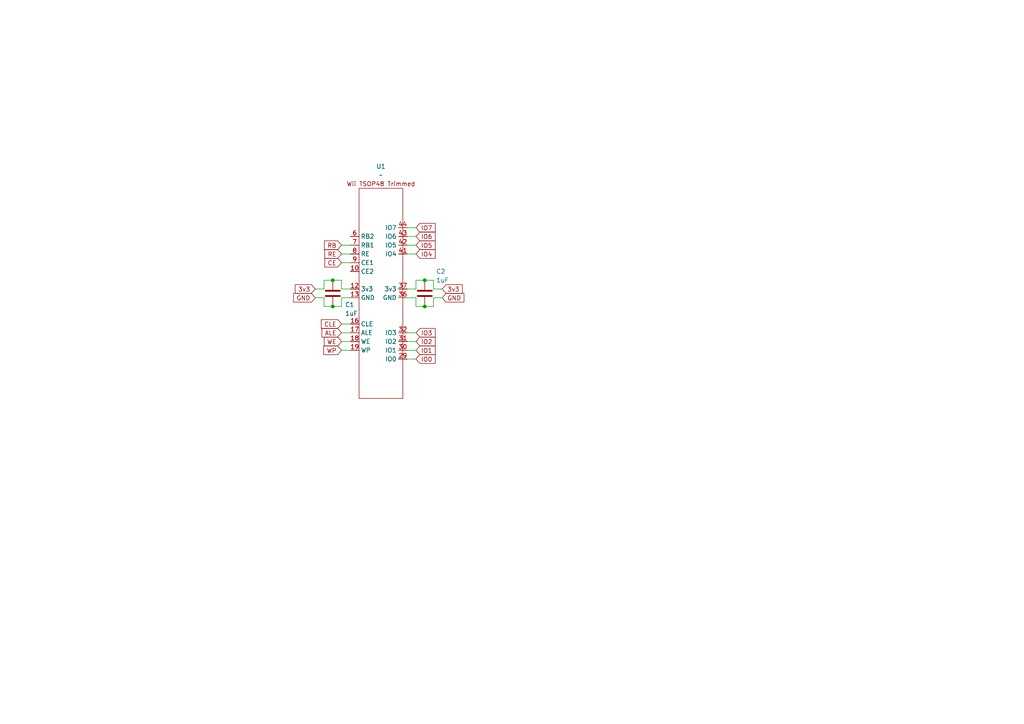
<source format=kicad_sch>
(kicad_sch
	(version 20231120)
	(generator "eeschema")
	(generator_version "8.0")
	(uuid "06f19e5b-a033-47d9-8b2f-8c84b7ab4cd3")
	(paper "A4")
	(lib_symbols
		(symbol "Device:C"
			(pin_numbers hide)
			(pin_names
				(offset 0.254)
			)
			(exclude_from_sim no)
			(in_bom yes)
			(on_board yes)
			(property "Reference" "C"
				(at 0.635 2.54 0)
				(effects
					(font
						(size 1.27 1.27)
					)
					(justify left)
				)
			)
			(property "Value" "C"
				(at 0.635 -2.54 0)
				(effects
					(font
						(size 1.27 1.27)
					)
					(justify left)
				)
			)
			(property "Footprint" ""
				(at 0.9652 -3.81 0)
				(effects
					(font
						(size 1.27 1.27)
					)
					(hide yes)
				)
			)
			(property "Datasheet" "~"
				(at 0 0 0)
				(effects
					(font
						(size 1.27 1.27)
					)
					(hide yes)
				)
			)
			(property "Description" "Unpolarized capacitor"
				(at 0 0 0)
				(effects
					(font
						(size 1.27 1.27)
					)
					(hide yes)
				)
			)
			(property "ki_keywords" "cap capacitor"
				(at 0 0 0)
				(effects
					(font
						(size 1.27 1.27)
					)
					(hide yes)
				)
			)
			(property "ki_fp_filters" "C_*"
				(at 0 0 0)
				(effects
					(font
						(size 1.27 1.27)
					)
					(hide yes)
				)
			)
			(symbol "C_0_1"
				(polyline
					(pts
						(xy -2.032 -0.762) (xy 2.032 -0.762)
					)
					(stroke
						(width 0.508)
						(type default)
					)
					(fill
						(type none)
					)
				)
				(polyline
					(pts
						(xy -2.032 0.762) (xy 2.032 0.762)
					)
					(stroke
						(width 0.508)
						(type default)
					)
					(fill
						(type none)
					)
				)
			)
			(symbol "C_1_1"
				(pin passive line
					(at 0 3.81 270)
					(length 2.794)
					(name "~"
						(effects
							(font
								(size 1.27 1.27)
							)
						)
					)
					(number "1"
						(effects
							(font
								(size 1.27 1.27)
							)
						)
					)
				)
				(pin passive line
					(at 0 -3.81 90)
					(length 2.794)
					(name "~"
						(effects
							(font
								(size 1.27 1.27)
							)
						)
					)
					(number "2"
						(effects
							(font
								(size 1.27 1.27)
							)
						)
					)
				)
			)
		)
		(symbol "wiiu-nand-thing:NAND"
			(exclude_from_sim no)
			(in_bom yes)
			(on_board yes)
			(property "Reference" "U"
				(at 0 0 0)
				(effects
					(font
						(size 1.27 1.27)
					)
				)
			)
			(property "Value" ""
				(at 0 0 0)
				(effects
					(font
						(size 1.27 1.27)
					)
				)
			)
			(property "Footprint" "project_footprint:Wii-TSOP48-trimmed"
				(at 0.254 34.29 0)
				(effects
					(font
						(size 1.27 1.27)
					)
					(hide yes)
				)
			)
			(property "Datasheet" ""
				(at 0 0 0)
				(effects
					(font
						(size 1.27 1.27)
					)
					(hide yes)
				)
			)
			(property "Description" ""
				(at 0 0 0)
				(effects
					(font
						(size 1.27 1.27)
					)
					(hide yes)
				)
			)
			(symbol "NAND_0_1"
				(rectangle
					(start -6.35 30.48)
					(end 6.35 -30.48)
					(stroke
						(width 0)
						(type default)
					)
					(fill
						(type none)
					)
				)
			)
			(symbol "NAND_1_1"
				(text "Wii TSOP48 Trimmed"
					(at 0 31.75 0)
					(effects
						(font
							(size 1.27 1.27)
						)
					)
				)
				(pin bidirectional line
					(at -8.89 6.35 0)
					(length 2.54)
					(name "CE2"
						(effects
							(font
								(size 1.27 1.27)
							)
						)
					)
					(number "10"
						(effects
							(font
								(size 1.27 1.27)
							)
						)
					)
				)
				(pin power_in line
					(at -8.89 1.27 0)
					(length 2.54)
					(name "3v3"
						(effects
							(font
								(size 1.27 1.27)
							)
						)
					)
					(number "12"
						(effects
							(font
								(size 1.27 1.27)
							)
						)
					)
				)
				(pin power_in line
					(at -8.89 -1.27 0)
					(length 2.54)
					(name "GND"
						(effects
							(font
								(size 1.27 1.27)
							)
						)
					)
					(number "13"
						(effects
							(font
								(size 1.27 1.27)
							)
						)
					)
				)
				(pin bidirectional line
					(at -8.89 -8.89 0)
					(length 2.54)
					(name "CLE"
						(effects
							(font
								(size 1.27 1.27)
							)
						)
					)
					(number "16"
						(effects
							(font
								(size 1.27 1.27)
							)
						)
					)
				)
				(pin bidirectional line
					(at -8.89 -11.43 0)
					(length 2.54)
					(name "ALE"
						(effects
							(font
								(size 1.27 1.27)
							)
						)
					)
					(number "17"
						(effects
							(font
								(size 1.27 1.27)
							)
						)
					)
				)
				(pin bidirectional line
					(at -8.89 -13.97 0)
					(length 2.54)
					(name "WE"
						(effects
							(font
								(size 1.27 1.27)
							)
						)
					)
					(number "18"
						(effects
							(font
								(size 1.27 1.27)
							)
						)
					)
				)
				(pin bidirectional line
					(at -8.89 -16.51 0)
					(length 2.54)
					(name "WP"
						(effects
							(font
								(size 1.27 1.27)
							)
						)
					)
					(number "19"
						(effects
							(font
								(size 1.27 1.27)
							)
						)
					)
				)
				(pin bidirectional line
					(at 7.62 -19.05 180)
					(length 2.54)
					(name "IO0"
						(effects
							(font
								(size 1.27 1.27)
							)
						)
					)
					(number "29"
						(effects
							(font
								(size 1.27 1.27)
							)
						)
					)
				)
				(pin bidirectional line
					(at 7.62 -16.51 180)
					(length 2.54)
					(name "IO1"
						(effects
							(font
								(size 1.27 1.27)
							)
						)
					)
					(number "30"
						(effects
							(font
								(size 1.27 1.27)
							)
						)
					)
				)
				(pin bidirectional line
					(at 7.62 -13.97 180)
					(length 2.54)
					(name "IO2"
						(effects
							(font
								(size 1.27 1.27)
							)
						)
					)
					(number "31"
						(effects
							(font
								(size 1.27 1.27)
							)
						)
					)
				)
				(pin bidirectional line
					(at 7.62 -11.43 180)
					(length 2.54)
					(name "IO3"
						(effects
							(font
								(size 1.27 1.27)
							)
						)
					)
					(number "32"
						(effects
							(font
								(size 1.27 1.27)
							)
						)
					)
				)
				(pin power_in line
					(at 7.62 -1.27 180)
					(length 2.54)
					(name "GND"
						(effects
							(font
								(size 1.27 1.27)
							)
						)
					)
					(number "36"
						(effects
							(font
								(size 1.27 1.27)
							)
						)
					)
				)
				(pin power_in line
					(at 7.62 1.27 180)
					(length 2.54)
					(name "3v3"
						(effects
							(font
								(size 1.27 1.27)
							)
						)
					)
					(number "37"
						(effects
							(font
								(size 1.27 1.27)
							)
						)
					)
				)
				(pin bidirectional line
					(at 7.62 11.43 180)
					(length 2.54)
					(name "IO4"
						(effects
							(font
								(size 1.27 1.27)
							)
						)
					)
					(number "41"
						(effects
							(font
								(size 1.27 1.27)
							)
						)
					)
				)
				(pin bidirectional line
					(at 7.62 13.97 180)
					(length 2.54)
					(name "IO5"
						(effects
							(font
								(size 1.27 1.27)
							)
						)
					)
					(number "42"
						(effects
							(font
								(size 1.27 1.27)
							)
						)
					)
				)
				(pin bidirectional line
					(at 7.62 16.51 180)
					(length 2.54)
					(name "IO6"
						(effects
							(font
								(size 1.27 1.27)
							)
						)
					)
					(number "43"
						(effects
							(font
								(size 1.27 1.27)
							)
						)
					)
				)
				(pin bidirectional line
					(at 7.62 19.05 180)
					(length 2.54)
					(name "IO7"
						(effects
							(font
								(size 1.27 1.27)
							)
						)
					)
					(number "44"
						(effects
							(font
								(size 1.27 1.27)
							)
						)
					)
				)
				(pin bidirectional line
					(at -8.89 16.51 0)
					(length 2.54)
					(name "RB2"
						(effects
							(font
								(size 1.27 1.27)
							)
						)
					)
					(number "6"
						(effects
							(font
								(size 1.27 1.27)
							)
						)
					)
				)
				(pin bidirectional line
					(at -8.89 13.97 0)
					(length 2.54)
					(name "RB1"
						(effects
							(font
								(size 1.27 1.27)
							)
						)
					)
					(number "7"
						(effects
							(font
								(size 1.27 1.27)
							)
						)
					)
				)
				(pin bidirectional line
					(at -8.89 11.43 0)
					(length 2.54)
					(name "RE"
						(effects
							(font
								(size 1.27 1.27)
							)
						)
					)
					(number "8"
						(effects
							(font
								(size 1.27 1.27)
							)
						)
					)
				)
				(pin bidirectional line
					(at -8.89 8.89 0)
					(length 2.54)
					(name "CE1"
						(effects
							(font
								(size 1.27 1.27)
							)
						)
					)
					(number "9"
						(effects
							(font
								(size 1.27 1.27)
							)
						)
					)
				)
			)
		)
	)
	(junction
		(at 123.19 81.28)
		(diameter 0)
		(color 0 0 0 0)
		(uuid "15b04f4e-ddb8-4e36-8ef8-019fe59e12a7")
	)
	(junction
		(at 96.52 88.9)
		(diameter 0)
		(color 0 0 0 0)
		(uuid "27b96e52-6525-4708-863a-11b727d5bdfc")
	)
	(junction
		(at 123.19 88.9)
		(diameter 0)
		(color 0 0 0 0)
		(uuid "baa6b1da-4efd-4d8b-b02e-594fe284ddee")
	)
	(junction
		(at 96.52 81.28)
		(diameter 0)
		(color 0 0 0 0)
		(uuid "bb49835a-6e6d-4451-8a50-cfdd6e0ddf79")
	)
	(wire
		(pts
			(xy 120.65 83.82) (xy 120.65 81.28)
		)
		(stroke
			(width 0)
			(type default)
		)
		(uuid "09a00e17-65ee-45b4-b855-06290686e60f")
	)
	(wire
		(pts
			(xy 118.11 66.04) (xy 120.65 66.04)
		)
		(stroke
			(width 0)
			(type default)
		)
		(uuid "0a09da41-fd15-4ae6-906d-2b62f81ea3d4")
	)
	(wire
		(pts
			(xy 118.11 86.36) (xy 120.65 86.36)
		)
		(stroke
			(width 0)
			(type default)
		)
		(uuid "1302bceb-b00b-4f65-934b-ea421a4f8e38")
	)
	(wire
		(pts
			(xy 99.06 73.66) (xy 101.6 73.66)
		)
		(stroke
			(width 0)
			(type default)
		)
		(uuid "143eb681-2db6-4c75-88d9-7a5a0bdc56f6")
	)
	(wire
		(pts
			(xy 120.65 81.28) (xy 123.19 81.28)
		)
		(stroke
			(width 0)
			(type default)
		)
		(uuid "18d484ba-3d15-4855-8ce9-86d130b76ebc")
	)
	(wire
		(pts
			(xy 96.52 88.9) (xy 93.98 88.9)
		)
		(stroke
			(width 0)
			(type default)
		)
		(uuid "19efa36a-1236-4c6a-a605-2c975465528f")
	)
	(wire
		(pts
			(xy 96.52 88.9) (xy 99.06 88.9)
		)
		(stroke
			(width 0)
			(type default)
		)
		(uuid "1df88f2d-ffa0-4259-b038-db0b92af1adf")
	)
	(wire
		(pts
			(xy 120.65 86.36) (xy 120.65 88.9)
		)
		(stroke
			(width 0)
			(type default)
		)
		(uuid "1ef47ad0-99b0-42d4-9eba-947779b0f717")
	)
	(wire
		(pts
			(xy 118.11 101.6) (xy 120.65 101.6)
		)
		(stroke
			(width 0)
			(type default)
		)
		(uuid "22344a6c-fb93-4a82-af63-9c507c5ce4d6")
	)
	(wire
		(pts
			(xy 118.11 96.52) (xy 120.65 96.52)
		)
		(stroke
			(width 0)
			(type default)
		)
		(uuid "29d5bc59-1dc6-4f61-92b6-d800aecdb06d")
	)
	(wire
		(pts
			(xy 93.98 86.36) (xy 91.44 86.36)
		)
		(stroke
			(width 0)
			(type default)
		)
		(uuid "2cbd99d9-5f1e-41fd-bd22-6a45d01203da")
	)
	(wire
		(pts
			(xy 99.06 76.2) (xy 101.6 76.2)
		)
		(stroke
			(width 0)
			(type default)
		)
		(uuid "3899aab6-840b-4df3-b05c-334b15fda8fc")
	)
	(wire
		(pts
			(xy 118.11 83.82) (xy 120.65 83.82)
		)
		(stroke
			(width 0)
			(type default)
		)
		(uuid "389e442b-76b6-4966-a7e7-ede4438e5257")
	)
	(wire
		(pts
			(xy 99.06 83.82) (xy 101.6 83.82)
		)
		(stroke
			(width 0)
			(type default)
		)
		(uuid "47032b4a-6ce5-42de-8996-e253957a27ea")
	)
	(wire
		(pts
			(xy 125.73 86.36) (xy 128.27 86.36)
		)
		(stroke
			(width 0)
			(type default)
		)
		(uuid "4abc4f6a-d890-420f-86b0-201714e512fb")
	)
	(wire
		(pts
			(xy 93.98 88.9) (xy 93.98 86.36)
		)
		(stroke
			(width 0)
			(type default)
		)
		(uuid "4cb1bb1d-304d-4a02-a92a-6c9a1008f81e")
	)
	(wire
		(pts
			(xy 99.06 71.12) (xy 101.6 71.12)
		)
		(stroke
			(width 0)
			(type default)
		)
		(uuid "5831c152-327a-4f32-a871-e42cc8c741d0")
	)
	(wire
		(pts
			(xy 125.73 83.82) (xy 128.27 83.82)
		)
		(stroke
			(width 0)
			(type default)
		)
		(uuid "72371051-c7e0-4ba1-9493-36000e98a8a5")
	)
	(wire
		(pts
			(xy 99.06 93.98) (xy 101.6 93.98)
		)
		(stroke
			(width 0)
			(type default)
		)
		(uuid "75e67f11-652b-49de-9d36-234222179668")
	)
	(wire
		(pts
			(xy 93.98 83.82) (xy 93.98 81.28)
		)
		(stroke
			(width 0)
			(type default)
		)
		(uuid "822e86b9-00b8-487d-911e-af81dc070cf9")
	)
	(wire
		(pts
			(xy 118.11 73.66) (xy 120.65 73.66)
		)
		(stroke
			(width 0)
			(type default)
		)
		(uuid "8231e4a8-c2cc-40c0-893c-ab988a3c9ff5")
	)
	(wire
		(pts
			(xy 99.06 86.36) (xy 99.06 88.9)
		)
		(stroke
			(width 0)
			(type default)
		)
		(uuid "8cd01cba-d175-48bf-8768-885a7a77641e")
	)
	(wire
		(pts
			(xy 125.73 81.28) (xy 125.73 83.82)
		)
		(stroke
			(width 0)
			(type default)
		)
		(uuid "8f31da18-b78d-4455-8765-5c6ac886c5d1")
	)
	(wire
		(pts
			(xy 101.6 86.36) (xy 99.06 86.36)
		)
		(stroke
			(width 0)
			(type default)
		)
		(uuid "9386688d-c5c8-4e91-9df2-50741032d1c5")
	)
	(wire
		(pts
			(xy 123.19 81.28) (xy 125.73 81.28)
		)
		(stroke
			(width 0)
			(type default)
		)
		(uuid "a6db9904-3511-4e77-9406-0026d609bd73")
	)
	(wire
		(pts
			(xy 99.06 101.6) (xy 101.6 101.6)
		)
		(stroke
			(width 0)
			(type default)
		)
		(uuid "af52e722-559d-432a-9dd0-042747303e5c")
	)
	(wire
		(pts
			(xy 123.19 88.9) (xy 125.73 88.9)
		)
		(stroke
			(width 0)
			(type default)
		)
		(uuid "b784d82a-ce74-482c-92f2-a70e15f39312")
	)
	(wire
		(pts
			(xy 125.73 88.9) (xy 125.73 86.36)
		)
		(stroke
			(width 0)
			(type default)
		)
		(uuid "bb08a039-f092-4728-bd5d-48803e89b7c0")
	)
	(wire
		(pts
			(xy 118.11 71.12) (xy 120.65 71.12)
		)
		(stroke
			(width 0)
			(type default)
		)
		(uuid "be2dfe7a-8405-4b2d-be78-7e4191e17034")
	)
	(wire
		(pts
			(xy 91.44 83.82) (xy 93.98 83.82)
		)
		(stroke
			(width 0)
			(type default)
		)
		(uuid "c0093947-2e3a-4d35-ae93-5693e3daa523")
	)
	(wire
		(pts
			(xy 118.11 68.58) (xy 120.65 68.58)
		)
		(stroke
			(width 0)
			(type default)
		)
		(uuid "c8c3a81c-0129-4474-9532-0251dc057497")
	)
	(wire
		(pts
			(xy 99.06 81.28) (xy 99.06 83.82)
		)
		(stroke
			(width 0)
			(type default)
		)
		(uuid "c9c8d77f-a4da-4f3d-984c-de93821f7333")
	)
	(wire
		(pts
			(xy 99.06 99.06) (xy 101.6 99.06)
		)
		(stroke
			(width 0)
			(type default)
		)
		(uuid "d4917be6-ce46-40a3-b765-88ed216131da")
	)
	(wire
		(pts
			(xy 120.65 88.9) (xy 123.19 88.9)
		)
		(stroke
			(width 0)
			(type default)
		)
		(uuid "d8d68c18-1f5a-43d5-add3-1113bc8fb00d")
	)
	(wire
		(pts
			(xy 93.98 81.28) (xy 96.52 81.28)
		)
		(stroke
			(width 0)
			(type default)
		)
		(uuid "dabd8c88-d8de-453b-aefe-debc8490cbe6")
	)
	(wire
		(pts
			(xy 118.11 104.14) (xy 120.65 104.14)
		)
		(stroke
			(width 0)
			(type default)
		)
		(uuid "dcebdf8a-cef5-489a-82c8-51ca5ba939c4")
	)
	(wire
		(pts
			(xy 96.52 81.28) (xy 99.06 81.28)
		)
		(stroke
			(width 0)
			(type default)
		)
		(uuid "e4089850-d3f7-4ba3-82ba-171005ff7d67")
	)
	(wire
		(pts
			(xy 118.11 99.06) (xy 120.65 99.06)
		)
		(stroke
			(width 0)
			(type default)
		)
		(uuid "e71638c7-640f-4aa5-ba7f-4914155c5a34")
	)
	(wire
		(pts
			(xy 99.06 96.52) (xy 101.6 96.52)
		)
		(stroke
			(width 0)
			(type default)
		)
		(uuid "fd89a634-e12c-4eed-9116-b9f6e343a2f1")
	)
	(global_label "WE"
		(shape input)
		(at 99.06 99.06 180)
		(fields_autoplaced yes)
		(effects
			(font
				(size 1.27 1.27)
			)
			(justify right)
		)
		(uuid "1e5ad452-743a-4171-a07e-3e4591bf58d4")
		(property "Intersheetrefs" "${INTERSHEET_REFS}"
			(at 93.4744 99.06 0)
			(effects
				(font
					(size 1.27 1.27)
				)
				(justify right)
				(hide yes)
			)
		)
	)
	(global_label "IO6"
		(shape input)
		(at 120.65 68.58 0)
		(fields_autoplaced yes)
		(effects
			(font
				(size 1.27 1.27)
			)
			(justify left)
		)
		(uuid "26d48756-5a99-47ad-aefb-7afed90bf2f4")
		(property "Intersheetrefs" "${INTERSHEET_REFS}"
			(at 126.78 68.58 0)
			(effects
				(font
					(size 1.27 1.27)
				)
				(justify left)
				(hide yes)
			)
		)
	)
	(global_label "RB"
		(shape input)
		(at 99.06 71.12 180)
		(fields_autoplaced yes)
		(effects
			(font
				(size 1.27 1.27)
			)
			(justify right)
		)
		(uuid "281215b4-8c6e-46f1-9afc-e5ce711106fc")
		(property "Intersheetrefs" "${INTERSHEET_REFS}"
			(at 93.5348 71.12 0)
			(effects
				(font
					(size 1.27 1.27)
				)
				(justify right)
				(hide yes)
			)
		)
	)
	(global_label "IO2"
		(shape input)
		(at 120.65 99.06 0)
		(fields_autoplaced yes)
		(effects
			(font
				(size 1.27 1.27)
			)
			(justify left)
		)
		(uuid "3072db5f-b8f9-42e5-aee8-e9198182981e")
		(property "Intersheetrefs" "${INTERSHEET_REFS}"
			(at 126.78 99.06 0)
			(effects
				(font
					(size 1.27 1.27)
				)
				(justify left)
				(hide yes)
			)
		)
	)
	(global_label "3v3"
		(shape input)
		(at 91.44 83.82 180)
		(fields_autoplaced yes)
		(effects
			(font
				(size 1.27 1.27)
			)
			(justify right)
		)
		(uuid "355ea7d3-67a0-4daf-8ec5-f3c46decc6d9")
		(property "Intersheetrefs" "${INTERSHEET_REFS}"
			(at 85.0682 83.82 0)
			(effects
				(font
					(size 1.27 1.27)
				)
				(justify right)
				(hide yes)
			)
		)
	)
	(global_label "RE"
		(shape input)
		(at 99.06 73.66 180)
		(fields_autoplaced yes)
		(effects
			(font
				(size 1.27 1.27)
			)
			(justify right)
		)
		(uuid "38925fea-b8eb-4e8b-acd1-045d1cb9f38d")
		(property "Intersheetrefs" "${INTERSHEET_REFS}"
			(at 93.6558 73.66 0)
			(effects
				(font
					(size 1.27 1.27)
				)
				(justify right)
				(hide yes)
			)
		)
	)
	(global_label "IO4"
		(shape input)
		(at 120.65 73.66 0)
		(fields_autoplaced yes)
		(effects
			(font
				(size 1.27 1.27)
			)
			(justify left)
		)
		(uuid "4fdcb9f0-208f-4b28-91d7-f3a13aa420af")
		(property "Intersheetrefs" "${INTERSHEET_REFS}"
			(at 126.78 73.66 0)
			(effects
				(font
					(size 1.27 1.27)
				)
				(justify left)
				(hide yes)
			)
		)
	)
	(global_label "3v3"
		(shape input)
		(at 128.27 83.82 0)
		(fields_autoplaced yes)
		(effects
			(font
				(size 1.27 1.27)
			)
			(justify left)
		)
		(uuid "5a9a64b2-cdfe-472e-b280-f6433a99816f")
		(property "Intersheetrefs" "${INTERSHEET_REFS}"
			(at 134.6418 83.82 0)
			(effects
				(font
					(size 1.27 1.27)
				)
				(justify left)
				(hide yes)
			)
		)
	)
	(global_label "GND"
		(shape input)
		(at 91.44 86.36 180)
		(fields_autoplaced yes)
		(effects
			(font
				(size 1.27 1.27)
			)
			(justify right)
		)
		(uuid "5b58047a-1d3c-413e-bc89-8837b2b1f2bc")
		(property "Intersheetrefs" "${INTERSHEET_REFS}"
			(at 84.5843 86.36 0)
			(effects
				(font
					(size 1.27 1.27)
				)
				(justify right)
				(hide yes)
			)
		)
	)
	(global_label "IO1"
		(shape input)
		(at 120.65 101.6 0)
		(fields_autoplaced yes)
		(effects
			(font
				(size 1.27 1.27)
			)
			(justify left)
		)
		(uuid "5b6d798c-2847-46b1-8414-fe070e1d9d92")
		(property "Intersheetrefs" "${INTERSHEET_REFS}"
			(at 126.78 101.6 0)
			(effects
				(font
					(size 1.27 1.27)
				)
				(justify left)
				(hide yes)
			)
		)
	)
	(global_label "IO7"
		(shape input)
		(at 120.65 66.04 0)
		(fields_autoplaced yes)
		(effects
			(font
				(size 1.27 1.27)
			)
			(justify left)
		)
		(uuid "7ef8f47f-9899-4648-95c1-9d23fcb588e3")
		(property "Intersheetrefs" "${INTERSHEET_REFS}"
			(at 126.78 66.04 0)
			(effects
				(font
					(size 1.27 1.27)
				)
				(justify left)
				(hide yes)
			)
		)
	)
	(global_label "IO0"
		(shape input)
		(at 120.65 104.14 0)
		(fields_autoplaced yes)
		(effects
			(font
				(size 1.27 1.27)
			)
			(justify left)
		)
		(uuid "bb5cba2e-ff39-42e6-9f33-be6a45efd988")
		(property "Intersheetrefs" "${INTERSHEET_REFS}"
			(at 126.78 104.14 0)
			(effects
				(font
					(size 1.27 1.27)
				)
				(justify left)
				(hide yes)
			)
		)
	)
	(global_label "WP"
		(shape input)
		(at 99.06 101.6 180)
		(fields_autoplaced yes)
		(effects
			(font
				(size 1.27 1.27)
			)
			(justify right)
		)
		(uuid "c10c3ac0-a778-45ed-924c-32a6c1442c45")
		(property "Intersheetrefs" "${INTERSHEET_REFS}"
			(at 93.3534 101.6 0)
			(effects
				(font
					(size 1.27 1.27)
				)
				(justify right)
				(hide yes)
			)
		)
	)
	(global_label "CLE"
		(shape input)
		(at 99.06 93.98 180)
		(fields_autoplaced yes)
		(effects
			(font
				(size 1.27 1.27)
			)
			(justify right)
		)
		(uuid "d5c9434e-cfa3-433d-9ec0-1a109306be04")
		(property "Intersheetrefs" "${INTERSHEET_REFS}"
			(at 92.6277 93.98 0)
			(effects
				(font
					(size 1.27 1.27)
				)
				(justify right)
				(hide yes)
			)
		)
	)
	(global_label "ALE"
		(shape input)
		(at 99.06 96.52 180)
		(fields_autoplaced yes)
		(effects
			(font
				(size 1.27 1.27)
			)
			(justify right)
		)
		(uuid "d9c653e4-f49e-41fc-85d9-47e07f5e8d4d")
		(property "Intersheetrefs" "${INTERSHEET_REFS}"
			(at 92.8091 96.52 0)
			(effects
				(font
					(size 1.27 1.27)
				)
				(justify right)
				(hide yes)
			)
		)
	)
	(global_label "CE"
		(shape input)
		(at 99.06 76.2 180)
		(fields_autoplaced yes)
		(effects
			(font
				(size 1.27 1.27)
			)
			(justify right)
		)
		(uuid "dad37513-b773-4a1a-9bc7-0048b4c1506b")
		(property "Intersheetrefs" "${INTERSHEET_REFS}"
			(at 93.6558 76.2 0)
			(effects
				(font
					(size 1.27 1.27)
				)
				(justify right)
				(hide yes)
			)
		)
	)
	(global_label "IO3"
		(shape input)
		(at 120.65 96.52 0)
		(fields_autoplaced yes)
		(effects
			(font
				(size 1.27 1.27)
			)
			(justify left)
		)
		(uuid "e65e100e-27c7-4b9f-8d70-f587a1e85301")
		(property "Intersheetrefs" "${INTERSHEET_REFS}"
			(at 126.78 96.52 0)
			(effects
				(font
					(size 1.27 1.27)
				)
				(justify left)
				(hide yes)
			)
		)
	)
	(global_label "IO5"
		(shape input)
		(at 120.65 71.12 0)
		(fields_autoplaced yes)
		(effects
			(font
				(size 1.27 1.27)
			)
			(justify left)
		)
		(uuid "f0b506c4-cb14-470a-aea7-c933314230a2")
		(property "Intersheetrefs" "${INTERSHEET_REFS}"
			(at 126.78 71.12 0)
			(effects
				(font
					(size 1.27 1.27)
				)
				(justify left)
				(hide yes)
			)
		)
	)
	(global_label "GND"
		(shape input)
		(at 128.27 86.36 0)
		(fields_autoplaced yes)
		(effects
			(font
				(size 1.27 1.27)
			)
			(justify left)
		)
		(uuid "f1406239-7b0c-4086-8b18-6c36bd8f037c")
		(property "Intersheetrefs" "${INTERSHEET_REFS}"
			(at 135.1257 86.36 0)
			(effects
				(font
					(size 1.27 1.27)
				)
				(justify left)
				(hide yes)
			)
		)
	)
	(symbol
		(lib_id "Device:C")
		(at 96.52 85.09 0)
		(unit 1)
		(exclude_from_sim no)
		(in_bom yes)
		(on_board yes)
		(dnp no)
		(uuid "498fbbfd-f972-430c-8f27-34b35b35fa79")
		(property "Reference" "C1"
			(at 100.076 88.392 0)
			(effects
				(font
					(size 1.27 1.27)
				)
				(justify left)
			)
		)
		(property "Value" "1uF"
			(at 100.076 90.932 0)
			(effects
				(font
					(size 1.27 1.27)
				)
				(justify left)
			)
		)
		(property "Footprint" "Capacitor_SMD:C_0402_1005Metric"
			(at 97.4852 88.9 0)
			(effects
				(font
					(size 1.27 1.27)
				)
				(hide yes)
			)
		)
		(property "Datasheet" "~"
			(at 96.52 85.09 0)
			(effects
				(font
					(size 1.27 1.27)
				)
				(hide yes)
			)
		)
		(property "Description" "Unpolarized capacitor"
			(at 96.52 85.09 0)
			(effects
				(font
					(size 1.27 1.27)
				)
				(hide yes)
			)
		)
		(pin "2"
			(uuid "e32c1f84-115b-43c1-82b8-34372f3a8291")
		)
		(pin "1"
			(uuid "25138c8d-2f5f-4747-ae3c-ffbea431d19c")
		)
		(instances
			(project ""
				(path "/06f19e5b-a033-47d9-8b2f-8c84b7ab4cd3"
					(reference "C1")
					(unit 1)
				)
			)
		)
	)
	(symbol
		(lib_id "wiiu-nand-thing:NAND")
		(at 110.49 85.09 0)
		(unit 1)
		(exclude_from_sim no)
		(in_bom yes)
		(on_board yes)
		(dnp no)
		(fields_autoplaced yes)
		(uuid "ca8b1438-9312-455c-93da-8628be6a36d4")
		(property "Reference" "U1"
			(at 110.49 48.26 0)
			(effects
				(font
					(size 1.27 1.27)
				)
			)
		)
		(property "Value" "~"
			(at 110.49 50.8 0)
			(effects
				(font
					(size 1.27 1.27)
				)
			)
		)
		(property "Footprint" "wiiu-nand-thing:TSOP-48"
			(at 110.744 50.8 0)
			(effects
				(font
					(size 1.27 1.27)
				)
				(hide yes)
			)
		)
		(property "Datasheet" ""
			(at 110.49 85.09 0)
			(effects
				(font
					(size 1.27 1.27)
				)
				(hide yes)
			)
		)
		(property "Description" ""
			(at 110.49 85.09 0)
			(effects
				(font
					(size 1.27 1.27)
				)
				(hide yes)
			)
		)
		(pin "37"
			(uuid "eab638fa-6884-4aed-b21a-4106dfdd8e24")
		)
		(pin "31"
			(uuid "a19bf9b0-50c5-4b1f-9f9c-ff57fd9f89d9")
		)
		(pin "18"
			(uuid "b33e2230-73fc-412c-8a0b-5ec5c0a716f2")
		)
		(pin "10"
			(uuid "ae4ddbed-5cc3-4a54-aa70-2f6c12b253b4")
		)
		(pin "13"
			(uuid "6b75b926-feb7-40fb-a9a5-a89438291bde")
		)
		(pin "44"
			(uuid "330dc072-daba-47fb-b368-f16052b72865")
		)
		(pin "7"
			(uuid "8aa4f9c8-9473-4b18-9035-1a144c598faa")
		)
		(pin "8"
			(uuid "8427d15c-7520-4565-a8b7-6edd4165cce2")
		)
		(pin "17"
			(uuid "0b698be8-c5e4-4b97-b432-fdb6f8722a77")
		)
		(pin "41"
			(uuid "1ca43aca-2967-44e0-b587-ed72a902063f")
		)
		(pin "12"
			(uuid "d538a887-fc83-4cb9-a759-ce7f06d3de32")
		)
		(pin "32"
			(uuid "964bb36d-90d6-47ea-a3ce-a0ff9a622a05")
		)
		(pin "36"
			(uuid "1af35031-7793-4ed7-80b4-aa3471565c90")
		)
		(pin "43"
			(uuid "dc2126f7-6511-4fae-8631-29367572de21")
		)
		(pin "9"
			(uuid "a40337f6-b455-42e7-934a-799d220e6197")
		)
		(pin "16"
			(uuid "7fdce265-6b7a-49d2-a5a9-8f8bc56e3691")
		)
		(pin "29"
			(uuid "6d7a054c-b088-40e9-83f7-de2caefad469")
		)
		(pin "42"
			(uuid "08a61fb2-93c0-4a5d-a459-ec5f75d39bf9")
		)
		(pin "19"
			(uuid "821033ef-74dc-429a-807d-f754d6f19abc")
		)
		(pin "30"
			(uuid "c9efa163-788a-47e1-b8ad-0e357983b3ad")
		)
		(pin "6"
			(uuid "29811c68-7b7c-49a4-9934-a83c35593f86")
		)
		(instances
			(project ""
				(path "/06f19e5b-a033-47d9-8b2f-8c84b7ab4cd3"
					(reference "U1")
					(unit 1)
				)
			)
		)
	)
	(symbol
		(lib_id "Device:C")
		(at 123.19 85.09 0)
		(unit 1)
		(exclude_from_sim no)
		(in_bom yes)
		(on_board yes)
		(dnp no)
		(uuid "d4baf8bc-a04f-4d93-854f-c9ea94c40c2c")
		(property "Reference" "C2"
			(at 126.492 78.74 0)
			(effects
				(font
					(size 1.27 1.27)
				)
				(justify left)
			)
		)
		(property "Value" "1uF"
			(at 126.492 81.28 0)
			(effects
				(font
					(size 1.27 1.27)
				)
				(justify left)
			)
		)
		(property "Footprint" "Capacitor_SMD:C_0402_1005Metric"
			(at 124.1552 88.9 0)
			(effects
				(font
					(size 1.27 1.27)
				)
				(hide yes)
			)
		)
		(property "Datasheet" "~"
			(at 123.19 85.09 0)
			(effects
				(font
					(size 1.27 1.27)
				)
				(hide yes)
			)
		)
		(property "Description" "Unpolarized capacitor"
			(at 123.19 85.09 0)
			(effects
				(font
					(size 1.27 1.27)
				)
				(hide yes)
			)
		)
		(pin "2"
			(uuid "1a9046a3-2072-440c-9309-d5ce37d01495")
		)
		(pin "1"
			(uuid "91b2fb36-e1c9-4366-9a77-2601fe20f8f9")
		)
		(instances
			(project "wiiu-nand-thing"
				(path "/06f19e5b-a033-47d9-8b2f-8c84b7ab4cd3"
					(reference "C2")
					(unit 1)
				)
			)
		)
	)
	(sheet_instances
		(path "/"
			(page "1")
		)
	)
)

</source>
